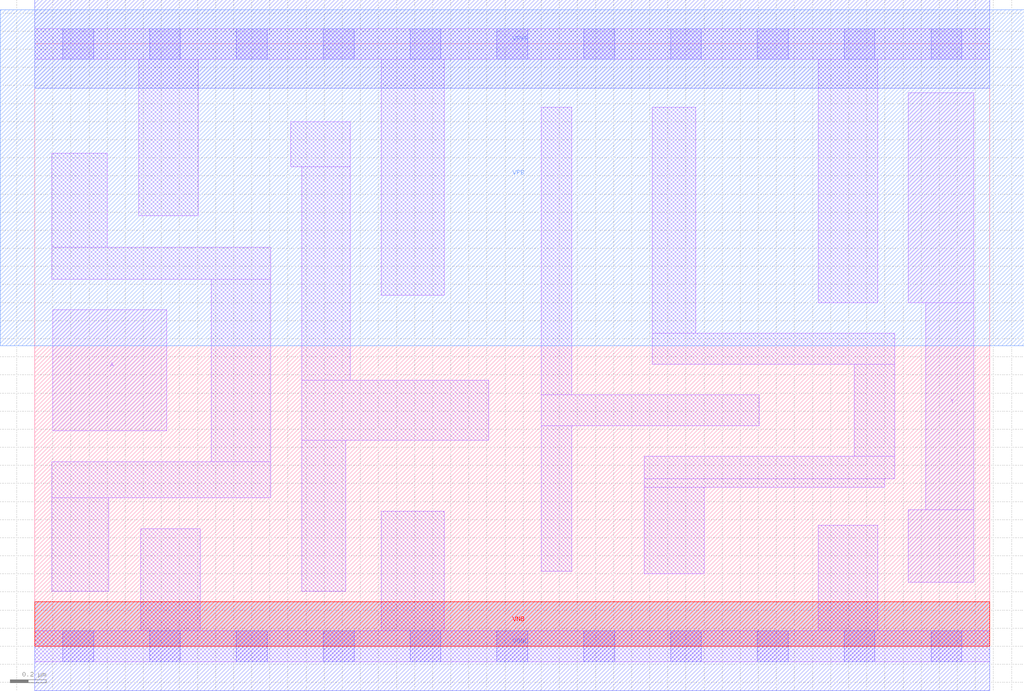
<source format=lef>
# Copyright 2020 The SkyWater PDK Authors
#
# Licensed under the Apache License, Version 2.0 (the "License");
# you may not use this file except in compliance with the License.
# You may obtain a copy of the License at
#
#     https://www.apache.org/licenses/LICENSE-2.0
#
# Unless required by applicable law or agreed to in writing, software
# distributed under the License is distributed on an "AS IS" BASIS,
# WITHOUT WARRANTIES OR CONDITIONS OF ANY KIND, either express or implied.
# See the License for the specific language governing permissions and
# limitations under the License.
#
# SPDX-License-Identifier: Apache-2.0

VERSION 5.7 ;
  NOWIREEXTENSIONATPIN ON ;
  DIVIDERCHAR "/" ;
  BUSBITCHARS "[]" ;
MACRO sky130_fd_sc_ms__clkdlyinv5sd3_1
  CLASS CORE ;
  FOREIGN sky130_fd_sc_ms__clkdlyinv5sd3_1 ;
  ORIGIN  0.000000  0.000000 ;
  SIZE  5.280000 BY  3.330000 ;
  SYMMETRY X Y ;
  SITE unit ;
  PIN A
    ANTENNAGATEAREA  0.264600 ;
    DIRECTION INPUT ;
    USE SIGNAL ;
    PORT
      LAYER li1 ;
        RECT 0.100000 1.190000 0.730000 1.860000 ;
    END
  END A
  PIN Y
    ANTENNADIFFAREA  0.408100 ;
    DIRECTION OUTPUT ;
    USE SIGNAL ;
    PORT
      LAYER li1 ;
        RECT 4.830000 0.355000 5.190000 0.755000 ;
        RECT 4.830000 1.900000 5.190000 3.060000 ;
        RECT 4.925000 0.755000 5.190000 1.900000 ;
    END
  END Y
  PIN VGND
    DIRECTION INOUT ;
    USE GROUND ;
    PORT
      LAYER met1 ;
        RECT 0.000000 -0.245000 5.280000 0.245000 ;
    END
  END VGND
  PIN VNB
    DIRECTION INOUT ;
    USE GROUND ;
    PORT
      LAYER pwell ;
        RECT 0.000000 0.000000 5.280000 0.245000 ;
    END
  END VNB
  PIN VPB
    DIRECTION INOUT ;
    USE POWER ;
    PORT
      LAYER nwell ;
        RECT -0.190000 1.660000 5.470000 3.520000 ;
    END
  END VPB
  PIN VPWR
    DIRECTION INOUT ;
    USE POWER ;
    PORT
      LAYER met1 ;
        RECT 0.000000 3.085000 5.280000 3.575000 ;
    END
  END VPWR
  OBS
    LAYER li1 ;
      RECT 0.000000 -0.085000 5.280000 0.085000 ;
      RECT 0.000000  3.245000 5.280000 3.415000 ;
      RECT 0.095000  0.305000 0.410000 0.820000 ;
      RECT 0.095000  0.820000 1.305000 1.020000 ;
      RECT 0.095000  2.030000 1.305000 2.205000 ;
      RECT 0.095000  2.205000 0.400000 2.725000 ;
      RECT 0.575000  2.380000 0.905000 3.245000 ;
      RECT 0.585000  0.085000 0.915000 0.650000 ;
      RECT 0.975000  1.020000 1.305000 2.030000 ;
      RECT 1.415000  2.650000 1.745000 2.900000 ;
      RECT 1.475000  0.305000 1.720000 1.140000 ;
      RECT 1.475000  1.140000 2.510000 1.470000 ;
      RECT 1.475000  1.470000 1.745000 2.650000 ;
      RECT 1.915000  0.085000 2.265000 0.745000 ;
      RECT 1.915000  1.940000 2.265000 3.245000 ;
      RECT 2.800000  0.415000 2.970000 1.220000 ;
      RECT 2.800000  1.220000 4.005000 1.390000 ;
      RECT 2.800000  1.390000 2.970000 2.980000 ;
      RECT 3.370000  0.400000 3.700000 0.880000 ;
      RECT 3.370000  0.880000 4.700000 0.925000 ;
      RECT 3.370000  0.925000 4.755000 1.050000 ;
      RECT 3.415000  1.560000 4.755000 1.730000 ;
      RECT 3.415000  1.730000 3.655000 2.980000 ;
      RECT 4.330000  0.085000 4.660000 0.670000 ;
      RECT 4.330000  1.900000 4.660000 3.245000 ;
      RECT 4.530000  1.050000 4.755000 1.560000 ;
    LAYER mcon ;
      RECT 0.155000 -0.085000 0.325000 0.085000 ;
      RECT 0.155000  3.245000 0.325000 3.415000 ;
      RECT 0.635000 -0.085000 0.805000 0.085000 ;
      RECT 0.635000  3.245000 0.805000 3.415000 ;
      RECT 1.115000 -0.085000 1.285000 0.085000 ;
      RECT 1.115000  3.245000 1.285000 3.415000 ;
      RECT 1.595000 -0.085000 1.765000 0.085000 ;
      RECT 1.595000  3.245000 1.765000 3.415000 ;
      RECT 2.075000 -0.085000 2.245000 0.085000 ;
      RECT 2.075000  3.245000 2.245000 3.415000 ;
      RECT 2.555000 -0.085000 2.725000 0.085000 ;
      RECT 2.555000  3.245000 2.725000 3.415000 ;
      RECT 3.035000 -0.085000 3.205000 0.085000 ;
      RECT 3.035000  3.245000 3.205000 3.415000 ;
      RECT 3.515000 -0.085000 3.685000 0.085000 ;
      RECT 3.515000  3.245000 3.685000 3.415000 ;
      RECT 3.995000 -0.085000 4.165000 0.085000 ;
      RECT 3.995000  3.245000 4.165000 3.415000 ;
      RECT 4.475000 -0.085000 4.645000 0.085000 ;
      RECT 4.475000  3.245000 4.645000 3.415000 ;
      RECT 4.955000 -0.085000 5.125000 0.085000 ;
      RECT 4.955000  3.245000 5.125000 3.415000 ;
  END
END sky130_fd_sc_ms__clkdlyinv5sd3_1
END LIBRARY

</source>
